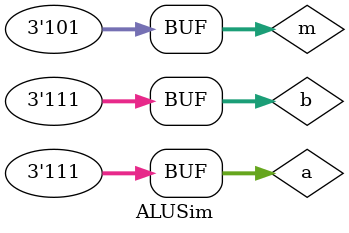
<source format=v>
module ALUSim();
  reg [2:0] a, b;
  reg [2:0] m;
  wire [2:0] y;
  wire zf, cf, of;

  ALU#(.WIDTH(3)) alu(.a(a), .b(b), .m(m), .y(y), .zf(zf), .cf(cf), .of(of));

  initial begin
    m = 3'b000;
    a = 3'b001;
    b = 3'b001;
    #50;
    m = 3'b000;
    a = 3'b001;
    b = 3'b111;
    #50;
    m = 3'b000;
    a = 3'b001;
    b = 3'b011;
    #50;
    m = 3'b001;
    a = 3'b011;
    b = 3'b001;
    #50;
    m = 3'b001;
    a = 3'b001;
    b = 3'b111;
    #50;
    m = 3'b001;
    a = 3'b100;
    b = 3'b011;
    #50;
    m = 3'b010;
    a = 3'b101;
    b = 3'b011;
    #50;
    m = 3'b011;
    a = 3'b001;
    b = 3'b000;
    #50;
    m = 3'b100;
    a = 3'b010;
    b = 3'b011;
    #50;
    m = 3'b101;
    a = 3'b111;
    b = 3'b111;
    #50;
  end
endmodule

</source>
